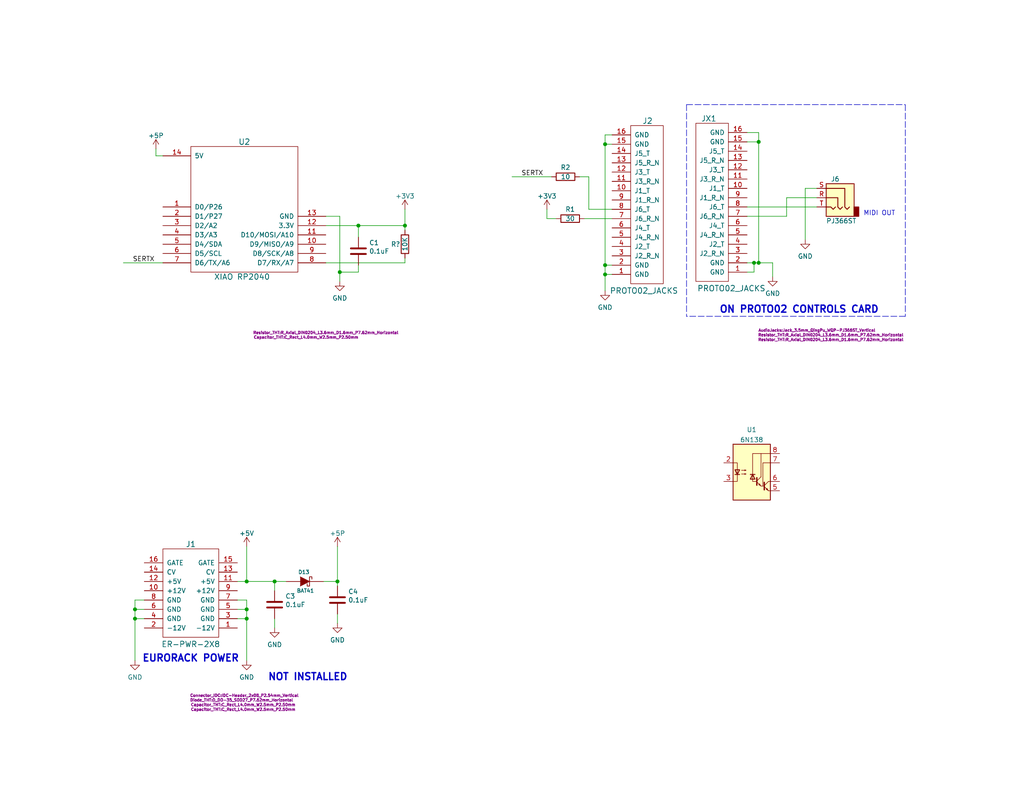
<source format=kicad_sch>
(kicad_sch (version 20211123) (generator eeschema)
  (paper "A")
  (title_block (title "ER-USB-MIDI") (date "2022-11-28") (rev "1") (company "LAND BOARDS LLC") (comment 1 "https://learn.adafruit.com/qt-py-rp2040-usb-to-serial-midi-friends"))
  (lib_symbols
    (symbol "Connector:AudioJack3"
      (property "Reference" "J" (at 0 8.89 0))
      (property "Value" "AudioJack3" (at 0 6.35 0))
      (symbol "AudioJack3_0_1"
        (rectangle (start -5.08 -5.08) (end -6.35 -2.54) (stroke (width 0.254)) (fill (type outline)))
        (polyline (pts (xy 0 -2.54) (xy 0.635 -3.175) (xy 1.27 -2.54) (xy 2.54 -2.54)) (stroke (width 0.254)))
        (polyline (pts (xy -1.905 -2.54) (xy -1.27 -3.175) (xy -0.635 -2.54) (xy -0.635 0) (xy 2.54 0)) (stroke (width 0.254)))
        (polyline (pts (xy 2.54 2.54) (xy -2.54 2.54) (xy -2.54 -2.54) (xy -3.175 -3.175) (xy -3.81 -2.54)) (stroke (width 0.254)))
        (rectangle (start 2.54 3.81) (end -5.08 -5.08) (stroke (width 0.254)) (fill (type background)))
      )
      (symbol "AudioJack3_1_1"
        (pin passive line (at 5.08 0 180) (length 2.54) (name "~") (number "R"))
        (pin passive line (at 5.08 2.54 180) (length 2.54) (name "~") (number "S"))
        (pin passive line (at 5.08 -2.54 180) (length 2.54) (name "~") (number "T"))
      )
    )
    (symbol "Device:C" (pin_numbers hide) (pin_names (offset 0.254))
      (property "Reference" "C" (at 0.635 2.54 0))
      (property "Value" "C" (at 0.635 -2.54 0))
      (symbol "C_0_1"
        (polyline (pts (xy -2.032 -0.762) (xy 2.032 -0.762)) (stroke (width 0.508)))
        (polyline (pts (xy -2.032 0.762) (xy 2.032 0.762)) (stroke (width 0.508)))
      )
      (symbol "C_1_1"
        (pin passive line (at 0 3.81 270) (length 2.794) (name "~") (number "1"))
        (pin passive line (at 0 -3.81 90) (length 2.794) (name "~") (number "2"))
      )
    )
    (symbol "Device:R" (pin_numbers hide) (pin_names (offset 0))
      (property "Reference" "R" (at 2.032 0 90))
      (property "Value" "R" (at 0 0 90))
      (symbol "R_0_1"
        (rectangle (start -1.016 -2.54) (end 1.016 2.54) (stroke (width 0.254)))
      )
      (symbol "R_1_1"
        (pin passive line (at 0 3.81 270) (length 1.27) (name "~") (number "1"))
        (pin passive line (at 0 -3.81 90) (length 1.27) (name "~") (number "2"))
      )
    )
    (symbol "Isolator:6N138" (pin_names (offset 1.016) hide)
      (property "Reference" "U" (at -4.064 8.89 0))
      (property "Value" "6N138" (at 2.286 8.89 0))
      (symbol "6N138_0_1"
        (rectangle (start -5.08 7.62) (end 5.08 -7.62) (stroke (width 0.254)) (fill (type background)))
        (polyline (pts (xy -4.572 -0.635) (xy -3.302 -0.635)) (stroke (width 0.254)))
        (polyline (pts (xy 0.889 -0.635) (xy -0.381 -0.635)) (stroke (width 0.254)))
        (polyline (pts (xy 1.397 -2.667) (xy 2.54 -3.81)))
        (polyline (pts (xy 1.397 -2.413) (xy 2.54 -1.27)))
        (polyline (pts (xy 2.54 -3.81) (xy 3.175 -3.81)))
        (polyline (pts (xy 3.429 -3.937) (xy 4.572 -5.08)))
        (polyline (pts (xy 3.429 -3.683) (xy 4.572 -2.54)))
        (polyline (pts (xy 4.572 -5.08) (xy 5.08 -5.08)))
        (polyline (pts (xy 4.572 -2.54) (xy 5.08 -2.54)))
        (polyline (pts (xy 1.397 -1.524) (xy 1.397 -3.556) (xy 1.397 -3.556)) (stroke (width 0.3556)))
        (polyline (pts (xy 2.54 -1.27) (xy 2.54 5.08) (xy 5.08 5.08)))
        (polyline (pts (xy 3.429 -2.794) (xy 3.429 -4.826) (xy 3.429 -4.826)) (stroke (width 0.3556)))
        (polyline (pts (xy 5.08 2.54) (xy 3.048 2.54) (xy 3.048 -3.81)))
        (polyline (pts (xy -5.08 -2.54) (xy -3.937 -2.54) (xy -3.937 2.54) (xy -5.08 2.54)))
        (polyline (pts (xy -3.937 -0.635) (xy -4.572 0.635) (xy -3.302 0.635) (xy -3.937 -0.635)) (stroke (width 0.254)))
        (polyline (pts (xy 0.254 -0.635) (xy 0.889 -1.905) (xy -0.381 -1.905) (xy 0.254 -0.635)) (stroke (width 0.254)))
        (polyline (pts (xy 1.27 -2.54) (xy 0.254 -2.54) (xy 0.254 5.08) (xy 2.54 5.08)))
        (polyline (pts (xy 2.413 -3.683) (xy 2.159 -3.175) (xy 1.905 -3.429) (xy 2.413 -3.683)))
        (polyline (pts (xy 4.445 -4.953) (xy 4.191 -4.445) (xy 3.937 -4.699) (xy 4.445 -4.953)))
        (polyline (pts (xy -2.794 -0.508) (xy -1.524 -0.508) (xy -1.905 -0.635) (xy -1.905 -0.381) (xy -1.524 -0.508)))
        (polyline (pts (xy -2.794 0.508) (xy -1.524 0.508) (xy -1.905 0.381) (xy -1.905 0.635) (xy -1.524 0.508)))
      )
      (symbol "6N138_1_1"
        (pin no_connect line (at -5.08 5.08 0) (length 2.54) hide (name "NC") (number "1"))
        (pin passive line (at -7.62 2.54 0) (length 2.54) (name "C1") (number "2"))
        (pin passive line (at -7.62 -2.54 0) (length 2.54) (name "C2") (number "3"))
        (pin no_connect line (at -5.08 -5.08 0) (length 2.54) hide (name "NC") (number "4"))
        (pin passive line (at 7.62 -5.08 180) (length 2.54) (name "GND") (number "5"))
        (pin passive line (at 7.62 -2.54 180) (length 2.54) (name "VO2") (number "6"))
        (pin passive line (at 7.62 2.54 180) (length 2.54) (name "VO1") (number "7"))
        (pin passive line (at 7.62 5.08 180) (length 2.54) (name "VCC") (number "8"))
      )
    )
    (symbol "LandBoards_Cards:QT_Py" (pin_names (offset 1.016))
      (property "Reference" "BRD" (at 0 25.4 0))
      (property "Value" "QT_Py" (at 0 -11.43 0))
      (symbol "QT_Py_0_0"
        (rectangle (start -15.24 24.13) (end 13.97 -10.16))
      )
      (symbol "QT_Py_1_1"
        (pin bidirectional line (at -22.86 7.62 0) (length 7.62) (name "D0/P26") (number "1"))
        (pin bidirectional line (at 21.59 -2.54 180) (length 7.62) (name "D9/MISO/A9") (number "10"))
        (pin bidirectional line (at 21.59 0 180) (length 7.62) (name "D10/MOSI/A10") (number "11"))
        (pin power_out line (at 21.59 2.54 180) (length 7.62) (name "3.3V") (number "12"))
        (pin power_in line (at 21.59 5.08 180) (length 7.62) (name "GND") (number "13"))
        (pin power_in line (at -22.86 21.59 0) (length 7.62) (name "5V") (number "14"))
        (pin bidirectional line (at -22.86 5.08 0) (length 7.62) (name "D1/P27") (number "2"))
        (pin bidirectional line (at -22.86 2.54 0) (length 7.62) (name "D2/A2") (number "3"))
        (pin bidirectional line (at -22.86 0 0) (length 7.62) (name "D3/A3") (number "4"))
        (pin bidirectional line (at -22.86 -2.54 0) (length 7.62) (name "D4/SDA") (number "5"))
        (pin bidirectional line (at -22.86 -5.08 0) (length 7.62) (name "D5/SCL") (number "6"))
        (pin bidirectional line (at -22.86 -7.62 0) (length 7.62) (name "D6/TX/A6") (number "7"))
        (pin bidirectional line (at 21.59 -7.62 180) (length 7.62) (name "D7/RX/A7") (number "8"))
        (pin bidirectional line (at 21.59 -5.08 180) (length 7.62) (name "D8/SCK/A8") (number "9"))
      )
    )
    (symbol "LandBoards_Conns:ER-PWR-2X8" (pin_names (offset 1.016))
      (property "Reference" "J" (at 0 13.97 0))
      (property "Value" "ER-PWR-2X8" (at 1.27 -12.7 0))
      (property "Footprint" "Connector_IDC:IDC-Header_2x08_P2.54mm_Vertical" (at 0 -16.51 0))
      (symbol "ER-PWR-2X8_0_1"
        (rectangle (start -7.62 12.7) (end 7.62 -11.43))
      )
      (symbol "ER-PWR-2X8_1_1"
        (pin power_out line (at 12.7 -8.89 180) (length 5.08) (name "-12V") (number "1"))
        (pin power_out line (at -12.7 1.27 0) (length 5.08) (name "+12V") (number "10"))
        (pin power_out line (at 12.7 3.81 180) (length 5.08) (name "+5V") (number "11"))
        (pin power_out line (at -12.7 3.81 0) (length 5.08) (name "+5V") (number "12"))
        (pin bidirectional line (at 12.7 6.35 180) (length 5.08) (name "CV") (number "13"))
        (pin bidirectional line (at -12.7 6.35 0) (length 5.08) (name "CV") (number "14"))
        (pin bidirectional line (at 12.7 8.89 180) (length 5.08) (name "GATE") (number "15"))
        (pin bidirectional line (at -12.7 8.89 0) (length 5.08) (name "GATE") (number "16"))
        (pin power_out line (at -12.7 -8.89 0) (length 5.08) (name "-12V") (number "2"))
        (pin power_in line (at 12.7 -6.35 180) (length 5.08) (name "GND") (number "3"))
        (pin power_out line (at -12.7 -6.35 0) (length 5.08) (name "GND") (number "4"))
        (pin power_out line (at 12.7 -3.81 180) (length 5.08) (name "GND") (number "5"))
        (pin power_out line (at -12.7 -3.81 0) (length 5.08) (name "GND") (number "6"))
        (pin power_out line (at 12.7 -1.27 180) (length 5.08) (name "GND") (number "7"))
        (pin power_out line (at -12.7 -1.27 0) (length 5.08) (name "GND") (number "8"))
        (pin power_out line (at 12.7 1.27 180) (length 5.08) (name "+12V") (number "9"))
      )
    )
    (symbol "LandBoards_Conns:PROTO02_JACKS" (pin_names (offset 1.016))
      (property "Reference" "J" (at 0 22.86 0))
      (property "Value" "PROTO02_JACKS" (at 0 -22.86 0))
      (symbol "PROTO02_JACKS_0_1"
        (rectangle (start -5.08 21.59) (end 3.81 -21.59))
      )
      (symbol "PROTO02_JACKS_1_1"
        (pin power_in line (at 8.89 -19.05 180) (length 5.08) (name "GND") (number "1"))
        (pin passive line (at 8.89 3.81 180) (length 5.08) (name "J1_T") (number "10"))
        (pin passive line (at 8.89 6.35 180) (length 5.08) (name "J3_R_N") (number "11"))
        (pin passive line (at 8.89 8.89 180) (length 5.08) (name "J3_T") (number "12"))
        (pin passive line (at 8.89 11.43 180) (length 5.08) (name "J5_R_N") (number "13"))
        (pin passive line (at 8.89 13.97 180) (length 5.08) (name "J5_T") (number "14"))
        (pin power_in line (at 8.89 16.51 180) (length 5.08) (name "GND") (number "15"))
        (pin power_in line (at 8.89 19.05 180) (length 5.08) (name "GND") (number "16"))
        (pin power_in line (at 8.89 -16.51 180) (length 5.08) (name "GND") (number "2"))
        (pin passive line (at 8.89 -13.97 180) (length 5.08) (name "J2_R_N") (number "3"))
        (pin passive line (at 8.89 -11.43 180) (length 5.08) (name "J2_T") (number "4"))
        (pin passive line (at 8.89 -8.89 180) (length 5.08) (name "J4_R_N") (number "5"))
        (pin passive line (at 8.89 -6.35 180) (length 5.08) (name "J4_T") (number "6"))
        (pin passive line (at 8.89 -3.81 180) (length 5.08) (name "J6_R_N") (number "7"))
        (pin passive line (at 8.89 -1.27 180) (length 5.08) (name "J6_T") (number "8"))
        (pin passive line (at 8.89 1.27 180) (length 5.08) (name "J1_R_N") (number "9"))
      )
    )
    (symbol "LandBoards_Semis:DIODESCH-fixed" (pin_numbers hide) (pin_names (offset 1.016) hide)
      (property "Reference" "D" (at 0 2.54 0))
      (property "Value" "DIODESCH-fixed" (at 0 -2.54 0))
      (symbol "DIODESCH-fixed_0_1"
        (polyline (pts (xy -1.27 1.27) (xy 1.27 0) (xy -1.27 -1.27)) (fill (type outline)))
        (polyline (pts (xy 1.905 0.635) (xy 1.905 1.27) (xy 1.27 1.27) (xy 1.27 -1.27) (xy 0.635 -1.27) (xy 0.635 -0.635)) (stroke (width 0.2032)))
      )
      (symbol "DIODESCH-fixed_1_1"
        (pin passive line (at 5.08 0 180) (length 3.81) (name "K") (number "1"))
        (pin passive line (at -5.08 0 0) (length 3.81) (name "A") (number "2"))
      )
    )
    (symbol "power:+3.3V" (power) (pin_names (offset 0))
      (property "Value" "+3.3V" (at 0 3.556 0))
      (symbol "+3.3V_0_1"
        (polyline (pts (xy -0.762 1.27) (xy 0 2.54)))
        (polyline (pts (xy 0 0) (xy 0 2.54)))
        (polyline (pts (xy 0 2.54) (xy 0.762 1.27)))
      )
      (symbol "+3.3V_1_1"
        (pin power_in line (at 0 0 90) (length 0) hide (name "+3V3") (number "1"))
      )
    )
    (symbol "power:+5P" (power) (pin_names (offset 0))
      (property "Value" "+5P" (at 0 3.556 0))
      (symbol "+5P_0_1"
        (polyline (pts (xy -0.762 1.27) (xy 0 2.54)))
        (polyline (pts (xy 0 0) (xy 0 2.54)))
        (polyline (pts (xy 0 2.54) (xy 0.762 1.27)))
      )
      (symbol "+5P_1_1"
        (pin power_in line (at 0 0 90) (length 0) hide (name "+5P") (number "1"))
      )
    )
    (symbol "power:+5V" (power) (pin_names (offset 0))
      (property "Value" "+5V" (at 0 3.556 0))
      (symbol "+5V_0_1"
        (polyline (pts (xy -0.762 1.27) (xy 0 2.54)))
        (polyline (pts (xy 0 0) (xy 0 2.54)))
        (polyline (pts (xy 0 2.54) (xy 0.762 1.27)))
      )
      (symbol "+5V_1_1"
        (pin power_in line (at 0 0 90) (length 0) hide (name "+5V") (number "1"))
      )
    )
    (symbol "power:GND" (power) (pin_names (offset 0))
      (property "Value" "GND" (at 0 -3.81 0))
      (symbol "GND_0_1"
        (polyline (pts (xy 0 0) (xy 0 -1.27) (xy 1.27 -1.27) (xy 0 -2.54) (xy -1.27 -1.27) (xy 0 -1.27)))
      )
      (symbol "GND_1_1"
        (pin power_in line (at 0 0 270) (length 0) hide (name "GND") (number "1"))
      )
    )
  )
  (junction (at 207.01 38.735))
  (junction (at 36.83 168.91))
  (junction (at 92.71 74.295))
  (junction (at 36.83 166.37))
  (junction (at 92.075 158.75))
  (junction (at 165.1 74.93))
  (junction (at 110.49 61.595))
  (junction (at 67.31 168.91))
  (junction (at 74.93 158.75))
  (junction (at 67.31 166.37))
  (junction (at 205.74 71.755))
  (junction (at 97.79 61.595))
  (junction (at 207.01 71.755))
  (junction (at 165.1 39.37))
  (junction (at 165.1 72.39))
  (junction (at 67.31 158.75))
  (wire (pts (xy 67.31 168.91) (xy 67.31 180.34)))
  (wire (pts (xy 219.71 51.435) (xy 219.71 65.405)))
  (wire (pts (xy 88.9 61.595) (xy 97.79 61.595)))
  (wire (pts (xy 210.82 71.755) (xy 207.01 71.755)))
  (wire (pts (xy 139.7 48.26) (xy 150.495 48.26)))
  (wire (pts (xy 97.79 74.295) (xy 97.79 72.39)))
  (wire (pts (xy 88.265 158.75) (xy 92.075 158.75)))
  (wire (pts (xy 36.83 166.37) (xy 36.83 163.83)))
  (wire (pts (xy 74.93 158.75) (xy 74.93 161.29)))
  (wire (pts (xy 203.835 56.515) (xy 222.885 56.515)))
  (wire (pts (xy 165.1 39.37) (xy 165.1 72.39)))
  (wire (pts (xy 205.74 74.295) (xy 205.74 71.755)))
  (wire (pts (xy 33.655 71.755) (xy 44.45 71.755)))
  (wire (pts (xy 42.545 40.64) (xy 42.545 42.545)))
  (polyline (pts (xy 187.325 28.575) (xy 187.325 86.36)))
  (wire (pts (xy 149.225 57.15) (xy 149.225 59.69)))
  (wire (pts (xy 92.71 74.295) (xy 92.71 76.835)))
  (wire (pts (xy 110.49 61.595) (xy 110.49 62.865)))
  (wire (pts (xy 64.77 166.37) (xy 67.31 166.37)))
  (wire (pts (xy 97.79 61.595) (xy 97.79 64.77)))
  (wire (pts (xy 167.005 36.83) (xy 165.1 36.83)))
  (wire (pts (xy 67.31 149.225) (xy 67.31 158.75)))
  (wire (pts (xy 165.1 72.39) (xy 167.005 72.39)))
  (wire (pts (xy 92.075 149.225) (xy 92.075 158.75)))
  (wire (pts (xy 203.835 59.055) (xy 214.63 59.055)))
  (wire (pts (xy 151.765 59.69) (xy 149.225 59.69)))
  (wire (pts (xy 159.385 59.69) (xy 167.005 59.69)))
  (wire (pts (xy 88.9 59.055) (xy 92.71 59.055)))
  (wire (pts (xy 39.37 166.37) (xy 36.83 166.37)))
  (wire (pts (xy 64.77 158.75) (xy 67.31 158.75)))
  (wire (pts (xy 97.79 61.595) (xy 110.49 61.595)))
  (wire (pts (xy 67.31 158.75) (xy 74.93 158.75)))
  (wire (pts (xy 165.1 36.83) (xy 165.1 39.37)))
  (wire (pts (xy 92.71 59.055) (xy 92.71 74.295)))
  (wire (pts (xy 74.93 158.75) (xy 78.105 158.75)))
  (wire (pts (xy 205.74 71.755) (xy 203.835 71.755)))
  (wire (pts (xy 207.01 71.755) (xy 207.01 38.735)))
  (wire (pts (xy 210.82 75.565) (xy 210.82 71.755)))
  (wire (pts (xy 203.835 74.295) (xy 205.74 74.295)))
  (wire (pts (xy 92.075 167.64) (xy 92.075 170.18)))
  (wire (pts (xy 160.655 57.15) (xy 160.655 48.26)))
  (wire (pts (xy 67.31 166.37) (xy 67.31 168.91)))
  (wire (pts (xy 36.83 163.83) (xy 39.37 163.83)))
  (wire (pts (xy 110.49 57.15) (xy 110.49 61.595)))
  (wire (pts (xy 165.1 74.93) (xy 167.005 74.93)))
  (polyline (pts (xy 247.015 28.575) (xy 247.015 86.36)))
  (wire (pts (xy 36.83 166.37) (xy 36.83 168.91)))
  (wire (pts (xy 207.01 38.735) (xy 203.835 38.735)))
  (wire (pts (xy 67.31 166.37) (xy 67.31 163.83)))
  (wire (pts (xy 214.63 53.975) (xy 222.885 53.975)))
  (wire (pts (xy 165.1 39.37) (xy 167.005 39.37)))
  (wire (pts (xy 67.31 163.83) (xy 64.77 163.83)))
  (wire (pts (xy 92.71 74.295) (xy 97.79 74.295)))
  (polyline (pts (xy 247.015 86.36) (xy 187.325 86.36)))
  (wire (pts (xy 74.93 168.91) (xy 74.93 171.45)))
  (wire (pts (xy 222.885 51.435) (xy 219.71 51.435)))
  (wire (pts (xy 165.1 72.39) (xy 165.1 74.93)))
  (wire (pts (xy 110.49 71.755) (xy 110.49 70.485)))
  (wire (pts (xy 92.075 160.02) (xy 92.075 158.75)))
  (wire (pts (xy 36.83 168.91) (xy 39.37 168.91)))
  (wire (pts (xy 36.83 168.91) (xy 36.83 180.34)))
  (wire (pts (xy 158.115 48.26) (xy 160.655 48.26)))
  (wire (pts (xy 88.9 71.755) (xy 110.49 71.755)))
  (polyline (pts (xy 187.325 28.575) (xy 247.015 28.575)))
  (wire (pts (xy 207.01 36.195) (xy 207.01 38.735)))
  (wire (pts (xy 42.545 42.545) (xy 44.45 42.545)))
  (wire (pts (xy 203.835 36.195) (xy 207.01 36.195)))
  (wire (pts (xy 167.005 57.15) (xy 160.655 57.15)))
  (wire (pts (xy 207.01 71.755) (xy 205.74 71.755)))
  (wire (pts (xy 64.77 168.91) (xy 67.31 168.91)))
  (wire (pts (xy 214.63 59.055) (xy 214.63 53.975)))
  (wire (pts (xy 165.1 74.93) (xy 165.1 79.375)))
  (text "MIDI OUT" (at 235.585 59.055 0) (effects (font (size 1.27 1.27)) (justify left bottom)))
  (text "ON PROTO02 CONTROLS CARD" (at 196.215 85.725 0) (effects (font (size 1.905 1.905) (thickness 0.381) bold) (justify left bottom)))
  (text "NOT INSTALLED" (at 73.025 186.055 0) (effects (font (size 1.905 1.905) (thickness 0.381) bold) (justify left bottom)))
  (text "EURORACK POWER" (at 38.735 180.975 0) (effects (font (size 1.905 1.905) (thickness 0.381) bold) (justify left bottom)))
  (label "SERTX" (at 36.195 71.755 0))
  (label "SERTX" (at 142.24 48.26 0))
  (symbol (lib_id "power:GND") (at 92.71 76.835 0) (unit 1)
    (property "Reference" "#PWR03" (effects hide))
    (property "Value" "GND" (at 92.71 81.3975 0))
  )
  (symbol (lib_id "LandBoards_Conns:PROTO02_JACKS") (at 194.945 55.245 0) (unit 1) (in_bom no) (on_board no)
    (property "Reference" "JX1" (at 195.58 32.385 0) (effects (font (size 1.524 1.524)) (justify right)))
    (property "Value" "PROTO02_JACKS" (at 208.915 78.74 0) (effects (font (size 1.524 1.524)) (justify right)))
  )
  (symbol (lib_id "power:GND") (at 36.83 180.34 0) (unit 1)
    (property "Reference" "#PWR0125" (effects hide))
    (property "Value" "GND" (at 36.83 184.9025 0))
  )
  (symbol (lib_id "power:+3.3V") (at 110.49 57.15 0) (unit 1)
    (property "Reference" "#PWR05" (effects hide))
    (property "Value" "+3.3V" (at 110.49 53.5455 0))
  )
  (symbol (lib_id "power:GND") (at 165.1 79.375 0) (unit 1)
    (property "Reference" "#PWR07" (effects hide))
    (property "Value" "GND" (at 165.1 83.9375 0))
  )
  (symbol (lib_id "power:GND") (at 210.82 75.565 0) (unit 1)
    (property "Reference" "#PWR?" (effects hide))
    (property "Value" "GND" (at 210.82 80.1275 0))
  )
  (symbol (lib_id "LandBoards_Conns:ER-PWR-2X8") (at 52.07 162.56 0) (unit 1)
    (property "Reference" "J1" (at 52.07 148.59 0) (effects (font (size 1.524 1.524))))
    (property "Value" "ER-PWR-2X8" (at 52.07 175.895 0) (effects (font (size 1.524 1.524))))
    (property "Footprint" "Connector_IDC:IDC-Header_2x08_P2.54mm_Vertical" (at 66.675 189.865 0) (effects (font (size 0.762 0.762))))
  )
  (symbol (lib_id "power:GND") (at 219.71 65.405 0) (unit 1)
    (property "Reference" "#PWR?" (effects hide))
    (property "Value" "GND" (at 219.71 69.9675 0))
  )
  (symbol (lib_id "LandBoards_Conns:PROTO02_JACKS") (at 175.895 55.88 0) (mirror y) (unit 1)
    (property "Reference" "J2" (at 175.26 33.02 0) (effects (font (size 1.524 1.524)) (justify right)))
    (property "Value" "PROTO02_JACKS" (at 166.37 79.375 0) (effects (font (size 1.524 1.524)) (justify right)))
  )
  (symbol (lib_id "Device:R") (at 110.49 66.675 180) (unit 1)
    (property "Reference" "R?" (at 107.95 66.675 0))
    (property "Value" "10K" (at 110.49 66.675 90))
    (property "Footprint" "Resistor_THT:R_Axial_DIN0204_L3.6mm_D1.6mm_P7.62mm_Horizontal" (at 88.9 90.805 0) (effects (font (size 0.762 0.762))))
  )
  (symbol (lib_id "Device:R") (at 154.305 48.26 90) (unit 1)
    (property "Reference" "R2" (at 154.305 45.72 90))
    (property "Value" "10" (at 154.305 48.26 90))
    (property "Footprint" "Resistor_THT:R_Axial_DIN0204_L3.6mm_D1.6mm_P7.62mm_Horizontal" (at 226.695 91.44 90) (effects (font (size 0.762 0.762))))
  )
  (symbol (lib_id "power:+3.3V") (at 149.225 57.15 0) (unit 1)
    (property "Reference" "#PWR06" (effects hide))
    (property "Value" "+3.3V" (at 149.225 53.5455 0))
  )
  (symbol (lib_id "LandBoards_Semis:DIODESCH-fixed") (at 83.185 158.75 0) (unit 1)
    (property "Reference" "D13" (at 84.455 156.21 0) (effects (font (size 1.016 1.016)) (justify right)))
    (property "Value" "BAT41" (at 85.725 161.29 0) (effects (font (size 1.016 1.016)) (justify right)))
    (property "Footprint" "Diode_THT:D_DO-35_SOD27_P7.62mm_Horizontal" (at 80.01 191.135 0) (effects (font (size 0.762 0.762)) (justify right)))
    (property "Datasheet" "https://www.mouser.com/ProductDetail/onsemi-Fairchild/1N4148?qs=i4Fj9T%2FoRm8RMUhj5DeFQg%3D%3D" (effects hide))
  )
  (symbol (lib_id "Device:C") (at 74.93 165.1 0) (unit 1)
    (property "Reference" "C3" (at 77.851 162.7886 0) (effects (justify left)))
    (property "Value" "0.1uF" (at 77.851 165.1 0) (effects (justify left)))
    (property "Footprint" "Capacitor_THT:C_Rect_L4.0mm_W2.5mm_P2.50mm" (at 52.07 193.675 0) (effects (font (size 0.762 0.762)) (justify left)))
  )
  (symbol (lib_id "power:+5P") (at 42.545 40.64 0) (unit 1)
    (property "Reference" "#PWR01" (effects hide))
    (property "Value" "+5P" (at 42.545 37.0355 0))
  )
  (symbol (lib_id "power:GND") (at 67.31 180.34 0) (unit 1)
    (property "Reference" "#PWR0124" (effects hide))
    (property "Value" "GND" (at 67.31 184.9025 0))
  )
  (symbol (lib_id "LandBoards_Cards:QT_Py") (at 67.31 64.135 0) (unit 1)
    (property "Reference" "U2" (at 66.675 38.735 0) (effects (font (size 1.524 1.524))))
    (property "Value" "XIAO RP2040" (at 66.04 75.565 0) (effects (font (size 1.524 1.524))))
  )
  (symbol (lib_id "power:GND") (at 74.93 171.45 0) (unit 1)
    (property "Reference" "#PWR0147" (effects hide))
    (property "Value" "GND" (at 74.93 176.0125 0))
  )
  (symbol (lib_id "power:+5P") (at 92.075 149.225 0) (unit 1)
    (property "Reference" "#PWR04" (effects hide))
    (property "Value" "+5P" (at 92.075 145.6205 0))
  )
  (symbol (lib_id "Device:C") (at 92.075 163.83 0) (unit 1)
    (property "Reference" "C4" (at 94.996 161.5186 0) (effects (justify left)))
    (property "Value" "0.1uF" (at 94.996 163.83 0) (effects (justify left)))
    (property "Footprint" "Capacitor_THT:C_Rect_L4.0mm_W2.5mm_P2.50mm" (at 52.07 192.405 0) (effects (font (size 0.762 0.762)) (justify left)))
  )
  (symbol (lib_id "power:GND") (at 92.075 170.18 0) (unit 1)
    (property "Reference" "#PWR0101" (effects hide))
    (property "Value" "GND" (at 92.075 174.7425 0))
  )
  (symbol (lib_id "Isolator:6N138") (at 205.105 128.905 0) (unit 1) (in_bom no) (on_board no)
    (property "Reference" "U1" (at 205.105 117.3185 0))
    (property "Value" "6N138" (at 205.105 120.0936 0))
    (property "Datasheet" "http://www.onsemi.com/pub/Collateral/HCPL2731-D.pdf" (effects hide))
  )
  (symbol (lib_id "Connector:AudioJack3") (at 227.965 53.975 0) (mirror y) (unit 1) (in_bom no) (on_board no)
    (property "Reference" "J6" (at 226.695 48.895 0) (effects (justify right)))
    (property "Value" "PJ366ST" (at 225.425 60.325 0) (effects (justify right)))
    (property "Footprint" "AudioJacks:Jack_3.5mm_QingPu_WQP-PJ366ST_Vertical" (at 222.885 90.17 0) (effects (font (size 0.762 0.762))))
  )
  (symbol (lib_id "Device:R") (at 155.575 59.69 90) (unit 1)
    (property "Reference" "R1" (at 155.575 57.15 90))
    (property "Value" "30" (at 155.575 59.69 90))
    (property "Footprint" "Resistor_THT:R_Axial_DIN0204_L3.6mm_D1.6mm_P7.62mm_Horizontal" (at 226.695 92.71 90) (effects (font (size 0.762 0.762))))
  )
  (symbol (lib_id "power:+5V") (at 67.31 149.225 0) (unit 1)
    (property "Reference" "#PWR02" (effects hide))
    (property "Value" "+5V" (at 67.31 145.6205 0))
  )
  (symbol (lib_id "Device:C") (at 97.79 68.58 0) (unit 1)
    (property "Reference" "C1" (at 100.711 66.2686 0) (effects (justify left)))
    (property "Value" "0.1uF" (at 100.711 68.58 0) (effects (justify left)))
    (property "Footprint" "Capacitor_THT:C_Rect_L4.0mm_W2.5mm_P2.50mm" (at 69.215 92.075 0) (effects (font (size 0.762 0.762)) (justify left)))
  )
)
</source>
